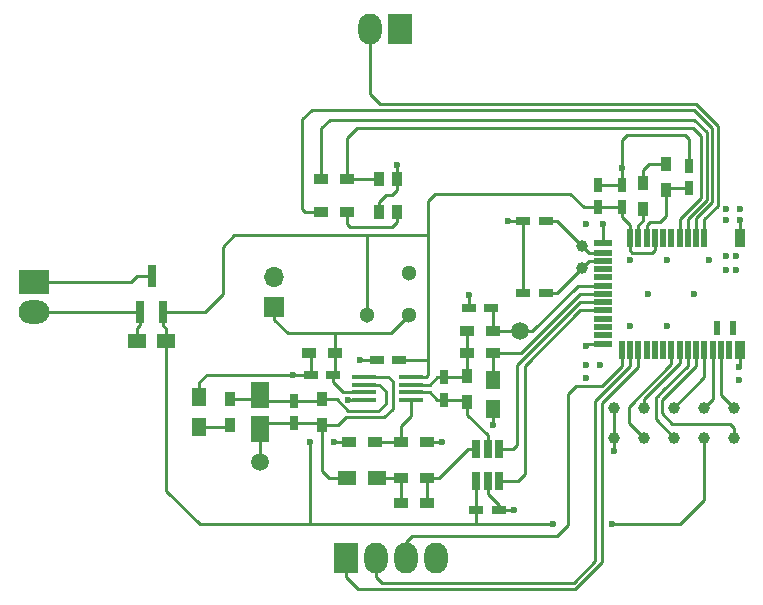
<source format=gtl>
G04 #@! TF.GenerationSoftware,KiCad,Pcbnew,(5.0-dev-4140-g2e42d5c00)*
G04 #@! TF.CreationDate,2018-02-27T05:36:51+05:30*
G04 #@! TF.ProjectId,sense_rev4,73656E73655F726576342E6B69636164,rev?*
G04 #@! TF.SameCoordinates,Original*
G04 #@! TF.FileFunction,Copper,L1,Top,Signal*
G04 #@! TF.FilePolarity,Positive*
%FSLAX46Y46*%
G04 Gerber Fmt 4.6, Leading zero omitted, Abs format (unit mm)*
G04 Created by KiCad (PCBNEW (5.0-dev-4140-g2e42d5c00)) date 02/27/18 05:36:51*
%MOMM*%
%LPD*%
G01*
G04 APERTURE LIST*
%ADD10R,2.000000X0.450000*%
%ADD11C,1.000000*%
%ADD12R,1.250000X1.500000*%
%ADD13R,1.700000X1.700000*%
%ADD14O,1.700000X1.700000*%
%ADD15R,0.900000X1.200000*%
%ADD16R,0.650000X1.560000*%
%ADD17R,1.500000X2.200000*%
%ADD18R,2.600000X2.000000*%
%ADD19O,2.600000X2.000000*%
%ADD20R,0.800000X1.900000*%
%ADD21R,2.000000X2.600000*%
%ADD22O,2.000000X2.600000*%
%ADD23C,1.500000*%
%ADD24R,1.600000X0.500000*%
%ADD25R,0.500000X1.600000*%
%ADD26R,0.900000X1.600000*%
%ADD27R,0.500000X1.200000*%
%ADD28C,1.300000*%
%ADD29R,0.750000X1.200000*%
%ADD30R,1.200000X0.750000*%
%ADD31R,1.200000X0.900000*%
%ADD32R,1.500000X1.250000*%
%ADD33C,0.600000*%
%ADD34C,0.250000*%
G04 APERTURE END LIST*
D10*
X136000000Y-112025000D03*
X136000000Y-112675000D03*
X136000000Y-113325000D03*
X136000000Y-113975000D03*
X140000000Y-113975000D03*
X140000000Y-113325000D03*
X140000000Y-112675000D03*
X140000000Y-112025000D03*
D11*
X167280000Y-117170000D03*
X164740000Y-117170000D03*
X162200000Y-117170000D03*
X159660000Y-117170000D03*
X157120000Y-117170000D03*
X157120000Y-114630000D03*
X159660000Y-114630000D03*
X162200000Y-114630000D03*
X164740000Y-114630000D03*
X167280000Y-114630000D03*
D12*
X146910000Y-114760000D03*
X146910000Y-112260000D03*
D13*
X128400000Y-106100000D03*
D14*
X128400000Y-103560000D03*
D15*
X132420000Y-116100000D03*
X132420000Y-113900000D03*
D16*
X145490000Y-120820000D03*
X146440000Y-120820000D03*
X147390000Y-120820000D03*
X147390000Y-118120000D03*
X145490000Y-118120000D03*
X146440000Y-118120000D03*
D17*
X127170000Y-116450000D03*
X127170000Y-113550000D03*
D18*
X108000000Y-104000000D03*
D19*
X108000000Y-106540000D03*
D20*
X117050000Y-106500000D03*
X118950000Y-106500000D03*
X118000000Y-103500000D03*
D21*
X139010000Y-82580000D03*
D22*
X136470000Y-82580000D03*
D23*
X127160000Y-119220000D03*
X149180000Y-108120000D03*
D24*
X156250000Y-100700000D03*
D25*
X164800000Y-100250000D03*
D26*
X167800000Y-100250000D03*
D25*
X164100000Y-100250000D03*
X163400000Y-100250000D03*
X162700000Y-100250000D03*
X162000000Y-100250000D03*
X161300000Y-100250000D03*
X160600000Y-100250000D03*
X159900000Y-100250000D03*
X159200000Y-100250000D03*
X158500000Y-100250000D03*
D24*
X156250000Y-101500000D03*
X156250000Y-102200000D03*
X156250000Y-102900000D03*
X156250000Y-103600000D03*
X156250000Y-104300000D03*
X156250000Y-105000000D03*
X156250000Y-105700000D03*
X156250000Y-106400000D03*
X156250000Y-107100000D03*
X156250000Y-107800000D03*
X156250000Y-108500000D03*
X156250000Y-109200000D03*
D25*
X157800000Y-109750000D03*
X158500000Y-109750000D03*
X159200000Y-109750000D03*
X159900000Y-109750000D03*
X160600000Y-109750000D03*
X161300000Y-109750000D03*
X162000000Y-109750000D03*
X162700000Y-109750000D03*
X163400000Y-109750000D03*
X164100000Y-109750000D03*
X164800000Y-109750000D03*
X165500000Y-109750000D03*
X166200000Y-109750000D03*
X166900000Y-109750000D03*
D26*
X167800000Y-109750000D03*
D27*
X167250000Y-107900000D03*
X165850000Y-107900000D03*
D28*
X139796000Y-106796000D03*
X139796000Y-103204000D03*
X136204000Y-106796000D03*
D11*
X154400000Y-100900000D03*
X154400000Y-102800000D03*
D29*
X163500000Y-94130000D03*
X163500000Y-96030000D03*
X157790000Y-95770000D03*
X157790000Y-97670000D03*
D30*
X149450000Y-98800000D03*
X151350000Y-98800000D03*
D29*
X155800000Y-95770000D03*
X155800000Y-97670000D03*
D30*
X149450000Y-104900000D03*
X151350000Y-104900000D03*
D29*
X130040000Y-115950000D03*
X130040000Y-114050000D03*
X142780000Y-112050000D03*
X142780000Y-113950000D03*
D30*
X133360000Y-111850000D03*
X131460000Y-111850000D03*
X144850000Y-106200000D03*
X146750000Y-106200000D03*
D31*
X134570000Y-98090000D03*
X132370000Y-98090000D03*
X132380000Y-95290000D03*
X134580000Y-95290000D03*
X134700000Y-117500000D03*
X136900000Y-117500000D03*
X139100000Y-117500000D03*
X141300000Y-117500000D03*
X141280000Y-122670000D03*
X139080000Y-122670000D03*
D15*
X124640000Y-113900000D03*
X124640000Y-116100000D03*
X144710000Y-111910000D03*
X144710000Y-114110000D03*
D31*
X146910000Y-108120000D03*
X144710000Y-108120000D03*
X133510000Y-109990000D03*
X131310000Y-109990000D03*
X141280000Y-120580000D03*
X139080000Y-120580000D03*
X146910000Y-109990000D03*
X144710000Y-109990000D03*
D15*
X161520000Y-96180000D03*
X161520000Y-93980000D03*
X159570000Y-95620000D03*
X159570000Y-97820000D03*
D30*
X145480000Y-123310000D03*
X147380000Y-123310000D03*
X138950000Y-110580000D03*
X137050000Y-110580000D03*
D32*
X137060000Y-120570000D03*
X134560000Y-120570000D03*
D12*
X122020000Y-116260000D03*
X122020000Y-113760000D03*
D32*
X119250000Y-109000000D03*
X116750000Y-109000000D03*
D22*
X142040000Y-127390000D03*
X139500000Y-127390000D03*
X136960000Y-127390000D03*
D21*
X134420000Y-127390000D03*
D15*
X138735000Y-98080000D03*
X137285000Y-98080000D03*
X137285000Y-95280000D03*
X138735000Y-95280000D03*
D33*
X134619441Y-113980559D03*
X144900000Y-105100000D03*
X148200000Y-98800000D03*
X130000000Y-111850000D03*
X167500000Y-103000000D03*
X166600000Y-103000000D03*
X167500000Y-101800000D03*
X166600000Y-101800000D03*
X165200000Y-102100000D03*
X163900000Y-105000000D03*
X163900000Y-105000000D03*
X158500000Y-102100000D03*
X161600000Y-102100000D03*
X160000000Y-105000000D03*
X161600000Y-107700000D03*
X158500000Y-107700000D03*
X138760000Y-94060000D03*
X157120000Y-118310000D03*
X157790000Y-94360000D03*
X146910000Y-116120000D03*
X142580000Y-117500000D03*
X148690000Y-123310000D03*
X135600000Y-110580000D03*
X154800000Y-99100000D03*
X154800000Y-112100000D03*
X155950000Y-111000000D03*
X154800000Y-111000000D03*
X167700000Y-112300000D03*
X167800000Y-97850000D03*
X166600000Y-97850000D03*
X166600000Y-98750000D03*
X167800000Y-98750000D03*
X156250000Y-99100000D03*
X167700000Y-111200000D03*
X154800000Y-109400000D03*
X157000000Y-124500000D03*
X152000000Y-124500000D03*
X131410000Y-117520000D03*
X133400000Y-117500000D03*
D34*
X108000000Y-104000000D02*
X116270000Y-104000000D01*
X116270000Y-104000000D02*
X116770000Y-103500000D01*
X118000000Y-103500000D02*
X116770000Y-103500000D01*
X138310000Y-96660000D02*
X138735000Y-96235000D01*
X138735000Y-96235000D02*
X138735000Y-95280000D01*
X137855000Y-96660000D02*
X138310000Y-96660000D01*
X137285000Y-98080000D02*
X137285000Y-97230000D01*
X137285000Y-97230000D02*
X137855000Y-96660000D01*
X108000000Y-106540000D02*
X117010000Y-106540000D01*
X117010000Y-106540000D02*
X117050000Y-106500000D01*
X134625000Y-113975000D02*
X134619441Y-113980559D01*
X136000000Y-113975000D02*
X134625000Y-113975000D01*
X157790000Y-94360000D02*
X157790000Y-95770000D01*
X144850000Y-106200000D02*
X144850000Y-105150000D01*
X144850000Y-105150000D02*
X144900000Y-105100000D01*
X149450000Y-98800000D02*
X148200000Y-98800000D01*
X149450000Y-104900000D02*
X149450000Y-98800000D01*
X130000000Y-111850000D02*
X122650000Y-111850000D01*
X131460000Y-111850000D02*
X130000000Y-111850000D01*
X122020000Y-112480000D02*
X122020000Y-113760000D01*
X122650000Y-111850000D02*
X122020000Y-112480000D01*
X157120000Y-118310000D02*
X157120000Y-117170000D01*
X138755000Y-95300000D02*
X138755000Y-94065000D01*
X138755000Y-94065000D02*
X138760000Y-94060000D01*
X157790000Y-91960000D02*
X157790000Y-94360000D01*
X158230000Y-91520000D02*
X157790000Y-91960000D01*
X163180000Y-91520000D02*
X158230000Y-91520000D01*
X163500000Y-91840000D02*
X163180000Y-91520000D01*
X163500000Y-94130000D02*
X163500000Y-91840000D01*
X146910000Y-114760000D02*
X146910000Y-116120000D01*
X141300000Y-117500000D02*
X142580000Y-117500000D01*
X147380000Y-123310000D02*
X148690000Y-123310000D01*
X137050000Y-110580000D02*
X135600000Y-110580000D01*
X146440000Y-121950000D02*
X147380000Y-122890000D01*
X147380000Y-122890000D02*
X147380000Y-123310000D01*
X146440000Y-120820000D02*
X146440000Y-121950000D01*
X131310000Y-109990000D02*
X131460000Y-110140000D01*
X131460000Y-110140000D02*
X131460000Y-111850000D01*
X157120000Y-114630000D02*
X157120000Y-117170000D01*
X117050000Y-107620000D02*
X116750000Y-107920000D01*
X116750000Y-107920000D02*
X116750000Y-109000000D01*
X117050000Y-106500000D02*
X117050000Y-107620000D01*
X155800000Y-95770000D02*
X157790000Y-95770000D01*
X167800000Y-100250000D02*
X167800000Y-98750000D01*
X156250000Y-100700000D02*
X156250000Y-99100000D01*
X167800000Y-109750000D02*
X167800000Y-111100000D01*
X167800000Y-111100000D02*
X167700000Y-111200000D01*
X156250000Y-109200000D02*
X155000000Y-109200000D01*
X155000000Y-109200000D02*
X154800000Y-109400000D01*
X141400000Y-110600000D02*
X141400000Y-100000000D01*
X141400000Y-111875000D02*
X141400000Y-110600000D01*
X138950000Y-110580000D02*
X139175000Y-110580000D01*
X139175000Y-110580000D02*
X139195000Y-110600000D01*
X139195000Y-110600000D02*
X141400000Y-110600000D01*
X140000000Y-112025000D02*
X141250000Y-112025000D01*
X141250000Y-112025000D02*
X141400000Y-111875000D01*
X160400000Y-101500000D02*
X160600000Y-101300000D01*
X160600000Y-101300000D02*
X160600000Y-100250000D01*
X158700000Y-101500000D02*
X160400000Y-101500000D01*
X158500000Y-101300000D02*
X158700000Y-101500000D01*
X158500000Y-100250000D02*
X158500000Y-101300000D01*
X134000000Y-100000000D02*
X136200000Y-100000000D01*
X136200000Y-100000000D02*
X141400000Y-100000000D01*
X136204000Y-106796000D02*
X136204000Y-100004000D01*
X136204000Y-100004000D02*
X136200000Y-100000000D01*
X141400000Y-100000000D02*
X141400000Y-97100000D01*
X125000000Y-100000000D02*
X134000000Y-100000000D01*
X124000000Y-101000000D02*
X125000000Y-100000000D01*
X124000000Y-105000000D02*
X124000000Y-101000000D01*
X122500000Y-106500000D02*
X124000000Y-105000000D01*
X118950000Y-106500000D02*
X122500000Y-106500000D01*
X122100000Y-124500000D02*
X131400000Y-124500000D01*
X131400000Y-124500000D02*
X145500000Y-124500000D01*
X131410000Y-117520000D02*
X131410000Y-124490000D01*
X131410000Y-124490000D02*
X131400000Y-124500000D01*
X145480000Y-123310000D02*
X145480000Y-124480000D01*
X145500000Y-124500000D02*
X152000000Y-124500000D01*
X145480000Y-124480000D02*
X145500000Y-124500000D01*
X119250000Y-109000000D02*
X119250000Y-121650000D01*
X119250000Y-121650000D02*
X122100000Y-124500000D01*
X153400000Y-96500000D02*
X154570000Y-97670000D01*
X154570000Y-97670000D02*
X155800000Y-97670000D01*
X142000000Y-96500000D02*
X153400000Y-96500000D01*
X141400000Y-97100000D02*
X142000000Y-96500000D01*
X162700000Y-124500000D02*
X164740000Y-122460000D01*
X164740000Y-122460000D02*
X164740000Y-117170000D01*
X157000000Y-124500000D02*
X162700000Y-124500000D01*
X134700000Y-117500000D02*
X133400000Y-117500000D01*
X145490000Y-123320000D02*
X145480000Y-123310000D01*
X145490000Y-120820000D02*
X145490000Y-123300000D01*
X118950000Y-107650000D02*
X119250000Y-107950000D01*
X119250000Y-107950000D02*
X119250000Y-109000000D01*
X118950000Y-106500000D02*
X118950000Y-107650000D01*
X155800000Y-97670000D02*
X157790000Y-97670000D01*
X158500000Y-100250000D02*
X158500000Y-99160000D01*
X158500000Y-99160000D02*
X157790000Y-98450000D01*
X157790000Y-98450000D02*
X157790000Y-97670000D01*
X136204000Y-106796000D02*
X136204000Y-107296000D01*
X161520000Y-96180000D02*
X161670000Y-96030000D01*
X161670000Y-96030000D02*
X163500000Y-96030000D01*
X161020000Y-98870000D02*
X161520000Y-98370000D01*
X161520000Y-98370000D02*
X161520000Y-96180000D01*
X160200000Y-98870000D02*
X161020000Y-98870000D01*
X159900000Y-99170000D02*
X160200000Y-98870000D01*
X159900000Y-100250000D02*
X159900000Y-99170000D01*
X154400000Y-100900000D02*
X155000000Y-101500000D01*
X155000000Y-101500000D02*
X156250000Y-101500000D01*
X151350000Y-98800000D02*
X152300000Y-98800000D01*
X152300000Y-98800000D02*
X154400000Y-100900000D01*
X154400000Y-102800000D02*
X155000000Y-102200000D01*
X155000000Y-102200000D02*
X156250000Y-102200000D01*
X151350000Y-104900000D02*
X152300000Y-104900000D01*
X152300000Y-104900000D02*
X154400000Y-102800000D01*
X139080000Y-120580000D02*
X139080000Y-122670000D01*
X137060000Y-120570000D02*
X139070000Y-120570000D01*
X139070000Y-120570000D02*
X139080000Y-120580000D01*
X138400000Y-112400000D02*
X138025000Y-112025000D01*
X138025000Y-112025000D02*
X136000000Y-112025000D01*
X138400000Y-114710000D02*
X138400000Y-112400000D01*
X137710000Y-115400000D02*
X138400000Y-114710000D01*
X137710000Y-115400000D02*
X134450000Y-115400000D01*
X127160000Y-119220000D02*
X127160000Y-116460000D01*
X127160000Y-116460000D02*
X127170000Y-116450000D01*
X132420000Y-116100000D02*
X132420000Y-119970000D01*
X132420000Y-119970000D02*
X133020000Y-120570000D01*
X133020000Y-120570000D02*
X134560000Y-120570000D01*
X133750000Y-116100000D02*
X132420000Y-116100000D01*
X134450000Y-115400000D02*
X133750000Y-116100000D01*
X130040000Y-115950000D02*
X132270000Y-115950000D01*
X132270000Y-115950000D02*
X132420000Y-116100000D01*
X127170000Y-116450000D02*
X127670000Y-115950000D01*
X127670000Y-115950000D02*
X130040000Y-115950000D01*
X124640000Y-116100000D02*
X124480000Y-116260000D01*
X124480000Y-116260000D02*
X122020000Y-116260000D01*
X137800000Y-113225000D02*
X137250000Y-112675000D01*
X137250000Y-112675000D02*
X136000000Y-112675000D01*
X134654998Y-114900000D02*
X137200000Y-114900000D01*
X137800000Y-113225000D02*
X137800000Y-114300000D01*
X137800000Y-114300000D02*
X137200000Y-114900000D01*
X127670000Y-114050000D02*
X130040000Y-114050000D01*
X132420000Y-113900000D02*
X133654998Y-113900000D01*
X133654998Y-113900000D02*
X134654998Y-114900000D01*
X130040000Y-114050000D02*
X132270000Y-114050000D01*
X132270000Y-114050000D02*
X132420000Y-113900000D01*
X127170000Y-113550000D02*
X127670000Y-114050000D01*
X124640000Y-113900000D02*
X126820000Y-113900000D01*
X126820000Y-113900000D02*
X127170000Y-113550000D01*
X142780000Y-112050000D02*
X142155000Y-112050000D01*
X142155000Y-112050000D02*
X141530000Y-112675000D01*
X141530000Y-112675000D02*
X141250000Y-112675000D01*
X141250000Y-112675000D02*
X140000000Y-112675000D01*
X144710000Y-108120000D02*
X144710000Y-109990000D01*
X144710000Y-111910000D02*
X144710000Y-109990000D01*
X142780000Y-112050000D02*
X144570000Y-112050000D01*
X144570000Y-112050000D02*
X144710000Y-111910000D01*
X142780000Y-113950000D02*
X142155000Y-113950000D01*
X142155000Y-113950000D02*
X141530000Y-113325000D01*
X141530000Y-113325000D02*
X141250000Y-113325000D01*
X141250000Y-113325000D02*
X140000000Y-113325000D01*
X144710000Y-115250000D02*
X146440000Y-116980000D01*
X144710000Y-114110000D02*
X144710000Y-115250000D01*
X142780000Y-113950000D02*
X144550000Y-113950000D01*
X144550000Y-113950000D02*
X144710000Y-114110000D01*
X146440000Y-116980000D02*
X146440000Y-118120000D01*
X133500000Y-108320000D02*
X138272000Y-108320000D01*
X129520000Y-108320000D02*
X133500000Y-108320000D01*
X133510000Y-109990000D02*
X133510000Y-108330000D01*
X133510000Y-108330000D02*
X133500000Y-108320000D01*
X138272000Y-108320000D02*
X139796000Y-106796000D01*
X128400000Y-107200000D02*
X129520000Y-108320000D01*
X133510000Y-109990000D02*
X133510000Y-111700000D01*
X133510000Y-111700000D02*
X133360000Y-111850000D01*
X136000000Y-113325000D02*
X134210000Y-113325000D01*
X134210000Y-113325000D02*
X133360000Y-112475000D01*
X133360000Y-112475000D02*
X133360000Y-111850000D01*
X128400000Y-106100000D02*
X128400000Y-107200000D01*
X149180000Y-108120000D02*
X150240660Y-108120000D01*
X150240660Y-108120000D02*
X154060660Y-104300000D01*
X154060660Y-104300000D02*
X155200000Y-104300000D01*
X155200000Y-104300000D02*
X156250000Y-104300000D01*
X146910000Y-108120000D02*
X146910000Y-106360000D01*
X146910000Y-106360000D02*
X146750000Y-106200000D01*
X146910000Y-108120000D02*
X149180000Y-108120000D01*
X149300000Y-109990000D02*
X147760000Y-109990000D01*
X156250000Y-105000000D02*
X154290000Y-105000000D01*
X154290000Y-105000000D02*
X149300000Y-109990000D01*
X147760000Y-109990000D02*
X146910000Y-109990000D01*
X146910000Y-109990000D02*
X146910000Y-112260000D01*
X134580000Y-95290000D02*
X137275000Y-95290000D01*
X137275000Y-95290000D02*
X137285000Y-95280000D01*
X135390000Y-90970000D02*
X134580000Y-91780000D01*
X134580000Y-91780000D02*
X134580000Y-95290000D01*
X163870000Y-90970000D02*
X135390000Y-90970000D01*
X164520000Y-91620000D02*
X163870000Y-90970000D01*
X162700000Y-98660000D02*
X164520000Y-96840000D01*
X164520000Y-96840000D02*
X164520000Y-91620000D01*
X162700000Y-100250000D02*
X162700000Y-98660000D01*
X138735000Y-98080000D02*
X138735000Y-98930000D01*
X138735000Y-98930000D02*
X138335000Y-99330000D01*
X138335000Y-99330000D02*
X134790000Y-99330000D01*
X134570000Y-99110000D02*
X134790000Y-99330000D01*
X134570000Y-98090000D02*
X134570000Y-99110000D01*
X159570000Y-94500000D02*
X160090000Y-93980000D01*
X160090000Y-93980000D02*
X161520000Y-93980000D01*
X159570000Y-95620000D02*
X159570000Y-94500000D01*
X159200000Y-99200000D02*
X159570000Y-98830000D01*
X159570000Y-98830000D02*
X159570000Y-97820000D01*
X159200000Y-100250000D02*
X159200000Y-99200000D01*
X162700000Y-110870000D02*
X160330000Y-113240000D01*
X160330000Y-113240000D02*
X159970000Y-113600000D01*
X159660000Y-114630000D02*
X159660000Y-113910000D01*
X159660000Y-113910000D02*
X160330000Y-113240000D01*
X162700000Y-109750000D02*
X162700000Y-110870000D01*
X160660000Y-113810000D02*
X160660000Y-115630000D01*
X160660000Y-115630000D02*
X162200000Y-117170000D01*
X163400000Y-111070000D02*
X161330000Y-113140000D01*
X161330000Y-113140000D02*
X160830000Y-113640000D01*
X160660000Y-113810000D02*
X161330000Y-113140000D01*
X163400000Y-109750000D02*
X163400000Y-111070000D01*
X164100000Y-109750000D02*
X164100000Y-111060000D01*
X161220000Y-115120000D02*
X162090000Y-115990000D01*
X164100000Y-111060000D02*
X161220000Y-113940000D01*
X161220000Y-113940000D02*
X161220000Y-115120000D01*
X162090000Y-115990000D02*
X166950000Y-115990000D01*
X166950000Y-115990000D02*
X167280000Y-116320000D01*
X167280000Y-116320000D02*
X167280000Y-117170000D01*
X158380000Y-114540000D02*
X158380000Y-115890000D01*
X162000000Y-109750000D02*
X162000000Y-110920000D01*
X162000000Y-110920000D02*
X158380000Y-114540000D01*
X158390000Y-115900000D02*
X159660000Y-117170000D01*
X162200000Y-114630000D02*
X164800000Y-112030000D01*
X164800000Y-112030000D02*
X164800000Y-109750000D01*
X165500000Y-113870000D02*
X164740000Y-114630000D01*
X165500000Y-109750000D02*
X165500000Y-113870000D01*
X166200000Y-109750000D02*
X166200000Y-113550000D01*
X166200000Y-113550000D02*
X167280000Y-114630000D01*
X132370000Y-98090000D02*
X131010000Y-98090000D01*
X164100000Y-98590000D02*
X164100000Y-100250000D01*
X131010000Y-98090000D02*
X130770000Y-97850000D01*
X165470000Y-90960000D02*
X165470000Y-97220000D01*
X130770000Y-97850000D02*
X130770000Y-90160000D01*
X130770000Y-90160000D02*
X131540000Y-89390000D01*
X131540000Y-89390000D02*
X163900000Y-89390000D01*
X165470000Y-97220000D02*
X164100000Y-98590000D01*
X163900000Y-89390000D02*
X165470000Y-90960000D01*
X132380000Y-95290000D02*
X132380000Y-90970000D01*
X132380000Y-90970000D02*
X133110000Y-90240000D01*
X133110000Y-90240000D02*
X163930000Y-90240000D01*
X163930000Y-90240000D02*
X164980000Y-91290000D01*
X163400000Y-98650000D02*
X163400000Y-100250000D01*
X164980000Y-91290000D02*
X164980000Y-97070000D01*
X164980000Y-97070000D02*
X163400000Y-98650000D01*
X139100000Y-116200000D02*
X140000000Y-115300000D01*
X140000000Y-115300000D02*
X140000000Y-113975000D01*
X139100000Y-117500000D02*
X139100000Y-116200000D01*
X136900000Y-117500000D02*
X139100000Y-117500000D01*
X136470000Y-82580000D02*
X136470000Y-88060000D01*
X136470000Y-88060000D02*
X137320000Y-88910000D01*
X165930000Y-97560000D02*
X164800000Y-98690000D01*
X137320000Y-88910000D02*
X164100000Y-88910000D01*
X164100000Y-88910000D02*
X165930000Y-90740000D01*
X165930000Y-90740000D02*
X165930000Y-97560000D01*
X164800000Y-98690000D02*
X164800000Y-100250000D01*
X139500000Y-127390000D02*
X139500000Y-125990000D01*
X153220000Y-124600000D02*
X153220000Y-113500000D01*
X139500000Y-125990000D02*
X140010000Y-125480000D01*
X140010000Y-125480000D02*
X152340000Y-125480000D01*
X156110000Y-112800000D02*
X157800000Y-111110000D01*
X152340000Y-125480000D02*
X153220000Y-124600000D01*
X153220000Y-113500000D02*
X153920000Y-112800000D01*
X153920000Y-112800000D02*
X156110000Y-112800000D01*
X157800000Y-111110000D02*
X157800000Y-109750000D01*
X136960000Y-127390000D02*
X136960000Y-128940000D01*
X136960000Y-128940000D02*
X137480000Y-129460000D01*
X137480000Y-129460000D02*
X153740000Y-129460000D01*
X153740000Y-129460000D02*
X155570000Y-127630000D01*
X158500000Y-111120000D02*
X158500000Y-109750000D01*
X155570000Y-127630000D02*
X155570000Y-114050000D01*
X155570000Y-114050000D02*
X158500000Y-111120000D01*
X134420000Y-127390000D02*
X134420000Y-128940000D01*
X159200000Y-111180000D02*
X159200000Y-109750000D01*
X134420000Y-128940000D02*
X135470000Y-129990000D01*
X135470000Y-129990000D02*
X153846410Y-129990000D01*
X153846410Y-129990000D02*
X156130000Y-127706410D01*
X156130000Y-127706410D02*
X156130000Y-114250000D01*
X156130000Y-114250000D02*
X159200000Y-111180000D01*
X147390000Y-120820000D02*
X149050000Y-120820000D01*
X149050000Y-120820000D02*
X149590000Y-120280000D01*
X155200000Y-106400000D02*
X156250000Y-106400000D01*
X149590000Y-120280000D02*
X149590000Y-111110000D01*
X149590000Y-111110000D02*
X154300000Y-106400000D01*
X154300000Y-106400000D02*
X155200000Y-106400000D01*
X148940000Y-117790000D02*
X148940000Y-110986410D01*
X148940000Y-110986410D02*
X154226410Y-105700000D01*
X154226410Y-105700000D02*
X155200000Y-105700000D01*
X155200000Y-105700000D02*
X156250000Y-105700000D01*
X147390000Y-118120000D02*
X148610000Y-118120000D01*
X148610000Y-118120000D02*
X148940000Y-117790000D01*
X142340000Y-120580000D02*
X144800000Y-118120000D01*
X144800000Y-118120000D02*
X145490000Y-118120000D01*
X141280000Y-120580000D02*
X142340000Y-120580000D01*
X141280000Y-120580000D02*
X141280000Y-122670000D01*
M02*

</source>
